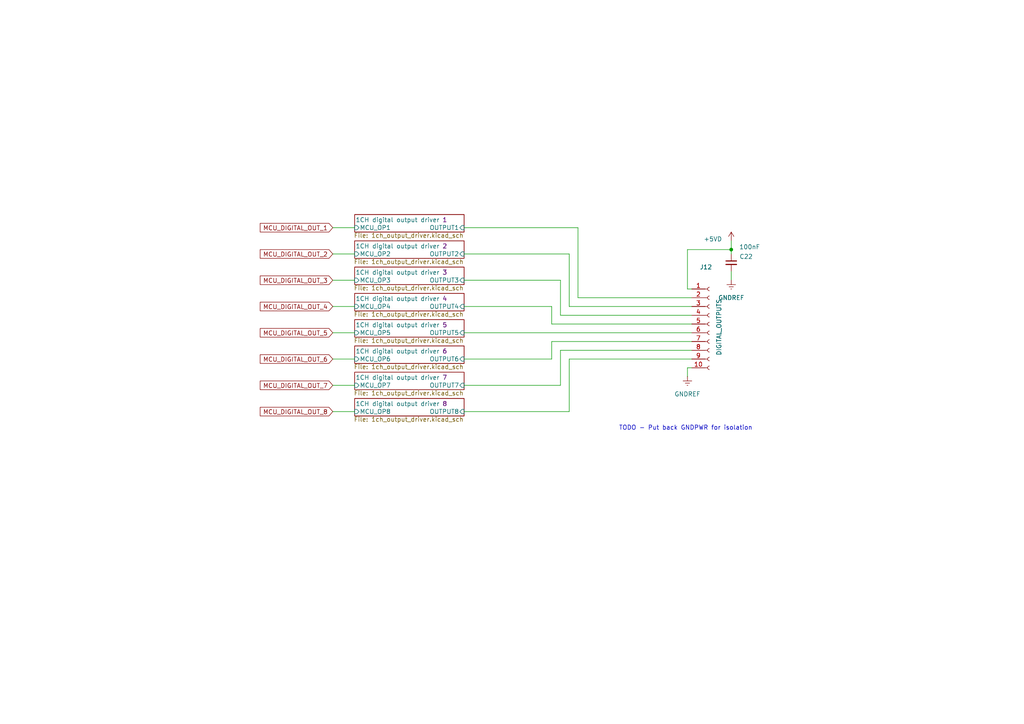
<source format=kicad_sch>
(kicad_sch (version 20250114) (generator "eeschema") (generator_version "9.0")
  (paper "A4")
  (lib_symbols
    (symbol "Connector:Conn_01x10_Socket" (pin_names (offset 1.016) (hide yes))
      (property "Reference" "J" (at 0 12.7 0))
      (property "Value" "Conn_01x10_Socket" (at 0 -15.24 0))
      (symbol "Conn_01x10_Socket_1_1"
        (polyline (pts (xy -1.27 10.16) (xy -0.508 10.16)) (stroke (width 0.1524)))
        (polyline (pts (xy -1.27 7.62) (xy -0.508 7.62)) (stroke (width 0.1524)))
        (polyline (pts (xy -1.27 5.08) (xy -0.508 5.08)) (stroke (width 0.1524)))
        (polyline (pts (xy -1.27 2.54) (xy -0.508 2.54)) (stroke (width 0.1524)))
        (polyline (pts (xy -1.27 0) (xy -0.508 0)) (stroke (width 0.1524)))
        (polyline (pts (xy -1.27 -2.54) (xy -0.508 -2.54)) (stroke (width 0.1524)))
        (polyline (pts (xy -1.27 -5.08) (xy -0.508 -5.08)) (stroke (width 0.1524)))
        (polyline (pts (xy -1.27 -7.62) (xy -0.508 -7.62)) (stroke (width 0.1524)))
        (polyline (pts (xy -1.27 -10.16) (xy -0.508 -10.16)) (stroke (width 0.1524)))
        (polyline (pts (xy -1.27 -12.7) (xy -0.508 -12.7)) (stroke (width 0.1524)))
        (arc (start 0 9.652) (mid -0.5058 10.16) (end 0 10.668) (stroke (width 0.1524)))
        (arc (start 0 7.112) (mid -0.5058 7.62) (end 0 8.128) (stroke (width 0.1524)))
        (arc (start 0 4.572) (mid -0.5058 5.08) (end 0 5.588) (stroke (width 0.1524)))
        (arc (start 0 2.032) (mid -0.5058 2.54) (end 0 3.048) (stroke (width 0.1524)))
        (arc (start 0 -0.508) (mid -0.5058 0) (end 0 0.508) (stroke (width 0.1524)))
        (arc (start 0 -3.048) (mid -0.5058 -2.54) (end 0 -2.032) (stroke (width 0.1524)))
        (arc (start 0 -5.588) (mid -0.5058 -5.08) (end 0 -4.572) (stroke (width 0.1524)))
        (arc (start 0 -8.128) (mid -0.5058 -7.62) (end 0 -7.112) (stroke (width 0.1524)))
        (arc (start 0 -10.668) (mid -0.5058 -10.16) (end 0 -9.652) (stroke (width 0.1524)))
        (arc (start 0 -13.208) (mid -0.5058 -12.7) (end 0 -12.192) (stroke (width 0.1524)))
        (pin passive line (at -5.08 10.16 0) (length 3.81) (name "Pin_1") (number "1"))
        (pin passive line (at -5.08 7.62 0) (length 3.81) (name "Pin_2") (number "2"))
        (pin passive line (at -5.08 5.08 0) (length 3.81) (name "Pin_3") (number "3"))
        (pin passive line (at -5.08 2.54 0) (length 3.81) (name "Pin_4") (number "4"))
        (pin passive line (at -5.08 0 0) (length 3.81) (name "Pin_5") (number "5"))
        (pin passive line (at -5.08 -2.54 0) (length 3.81) (name "Pin_6") (number "6"))
        (pin passive line (at -5.08 -5.08 0) (length 3.81) (name "Pin_7") (number "7"))
        (pin passive line (at -5.08 -7.62 0) (length 3.81) (name "Pin_8") (number "8"))
        (pin passive line (at -5.08 -10.16 0) (length 3.81) (name "Pin_9") (number "9"))
        (pin passive line (at -5.08 -12.7 0) (length 3.81) (name "Pin_10") (number "10"))
      )
    )
    (symbol "Device:C_Small" (pin_numbers (hide yes)) (pin_names (offset 0.254) (hide yes))
      (property "Reference" "C" (at 0.254 1.778 0))
      (property "Value" "C_Small" (at 0.254 -2.032 0))
      (symbol "C_Small_0_1"
        (polyline (pts (xy -1.524 0.508) (xy 1.524 0.508)) (stroke (width 0.3048)))
        (polyline (pts (xy -1.524 -0.508) (xy 1.524 -0.508)) (stroke (width 0.3302)))
      )
      (symbol "C_Small_1_1"
        (pin passive line (at 0 2.54 270) (length 2.032) (name "~") (number "1"))
        (pin passive line (at 0 -2.54 90) (length 2.032) (name "~") (number "2"))
      )
    )
    (symbol "power:+5VD" (power) (pin_numbers (hide yes)) (pin_names (offset 0) (hide yes))
      (property "Value" "+5VD" (at 0 3.556 0))
      (symbol "+5VD_0_1"
        (polyline (pts (xy -0.762 1.27) (xy 0 2.54)))
        (polyline (pts (xy 0 2.54) (xy 0.762 1.27)))
        (polyline (pts (xy 0 0) (xy 0 2.54)))
      )
      (symbol "+5VD_1_1"
        (pin power_in line (at 0 0 90) (length 0) (name "~") (number "1"))
      )
    )
    (symbol "power:GNDREF" (power) (pin_numbers (hide yes)) (pin_names (offset 0) (hide yes))
      (property "Value" "GNDREF" (at 0 -3.81 0))
      (symbol "GNDREF_0_1"
        (polyline (pts (xy -0.635 -1.905) (xy 0.635 -1.905)))
        (polyline (pts (xy -0.127 -2.54) (xy 0.127 -2.54)))
        (polyline (pts (xy 0 -1.27) (xy 0 0)))
        (polyline (pts (xy 1.27 -1.27) (xy -1.27 -1.27)))
      )
      (symbol "GNDREF_1_1"
        (pin power_in line (at 0 0 270) (length 0) (name "~") (number "1"))
      )
    )
  )
  (text "TODO - Put back GNDPWR for isolation\n" (at 198.882 124.206 0) (effects (font (size 1.27 1.27))))
  (junction (at 212.09 72.39))
  (wire (pts (xy 160.02 104.14) (xy 160.02 99.06)))
  (wire (pts (xy 165.1 104.14) (xy 200.66 104.14)))
  (wire (pts (xy 134.62 88.9) (xy 160.02 88.9)))
  (wire (pts (xy 165.1 104.14) (xy 165.1 119.38)))
  (wire (pts (xy 160.02 93.98) (xy 200.66 93.98)))
  (wire (pts (xy 167.64 86.36) (xy 200.66 86.36)))
  (wire (pts (xy 96.52 111.76) (xy 102.87 111.76)))
  (wire (pts (xy 160.02 88.9) (xy 160.02 93.98)))
  (wire (pts (xy 134.62 73.66) (xy 165.1 73.66)))
  (wire (pts (xy 96.52 104.14) (xy 102.87 104.14)))
  (wire (pts (xy 134.62 104.14) (xy 160.02 104.14)))
  (wire (pts (xy 96.52 119.38) (xy 102.87 119.38)))
  (wire (pts (xy 134.62 66.04) (xy 167.64 66.04)))
  (wire (pts (xy 134.62 111.76) (xy 162.56 111.76)))
  (wire (pts (xy 199.39 72.39) (xy 212.09 72.39)))
  (wire (pts (xy 167.64 66.04) (xy 167.64 86.36)))
  (wire (pts (xy 162.56 101.6) (xy 162.56 111.76)))
  (wire (pts (xy 134.62 96.52) (xy 200.66 96.52)))
  (wire (pts (xy 96.52 73.66) (xy 102.87 73.66)))
  (wire (pts (xy 212.09 72.39) (xy 212.09 73.66)))
  (wire (pts (xy 212.09 78.74) (xy 212.09 81.28)))
  (wire (pts (xy 165.1 88.9) (xy 200.66 88.9)))
  (wire (pts (xy 165.1 73.66) (xy 165.1 88.9)))
  (wire (pts (xy 212.09 69.85) (xy 212.09 72.39)))
  (wire (pts (xy 199.39 83.82) (xy 200.66 83.82)))
  (wire (pts (xy 162.56 101.6) (xy 200.66 101.6)))
  (wire (pts (xy 134.62 81.28) (xy 162.56 81.28)))
  (wire (pts (xy 162.56 91.44) (xy 200.66 91.44)))
  (wire (pts (xy 134.62 119.38) (xy 165.1 119.38)))
  (wire (pts (xy 199.39 106.68) (xy 199.39 109.22)))
  (wire (pts (xy 200.66 106.68) (xy 199.39 106.68)))
  (wire (pts (xy 96.52 88.9) (xy 102.87 88.9)))
  (wire (pts (xy 96.52 81.28) (xy 102.87 81.28)))
  (wire (pts (xy 162.56 81.28) (xy 162.56 91.44)))
  (wire (pts (xy 96.52 66.04) (xy 102.87 66.04)))
  (wire (pts (xy 160.02 99.06) (xy 200.66 99.06)))
  (wire (pts (xy 96.52 96.52) (xy 102.87 96.52)))
  (wire (pts (xy 199.39 72.39) (xy 199.39 83.82)))
  (global_label "MCU_DIGITAL_OUT_2" (shape input) (at 96.52 73.66 180) (property "Intersheetrefs" "${INTERSHEET_REFS}" (effects (hide yes))))
  (global_label "MCU_DIGITAL_OUT_3" (shape input) (at 96.52 81.28 180) (property "Intersheetrefs" "${INTERSHEET_REFS}" (effects (hide yes))))
  (global_label "MCU_DIGITAL_OUT_7" (shape input) (at 96.52 111.76 180) (property "Intersheetrefs" "${INTERSHEET_REFS}" (effects (hide yes))))
  (global_label "MCU_DIGITAL_OUT_1" (shape input) (at 96.52 66.04 180) (property "Intersheetrefs" "${INTERSHEET_REFS}" (effects (hide yes))))
  (global_label "MCU_DIGITAL_OUT_5" (shape input) (at 96.52 96.52 180) (property "Intersheetrefs" "${INTERSHEET_REFS}" (effects (hide yes))))
  (global_label "MCU_DIGITAL_OUT_4" (shape input) (at 96.52 88.9 180) (property "Intersheetrefs" "${INTERSHEET_REFS}" (effects (hide yes))))
  (global_label "MCU_DIGITAL_OUT_8" (shape input) (at 96.52 119.38 180) (property "Intersheetrefs" "${INTERSHEET_REFS}" (effects (hide yes))))
  (global_label "MCU_DIGITAL_OUT_6" (shape input) (at 96.52 104.14 180) (property "Intersheetrefs" "${INTERSHEET_REFS}" (effects (hide yes))))
  (symbol (lib_id "power:GNDREF") (at 199.39 109.22 0) (unit 1)
    (property "Reference" "#PWR0117" (effects (hide yes)))
    (property "Value" "GNDREF" (at 199.39 114.3 0))
    (property "Description" "Power symbol creates a global label with name \"GNDREF\" , reference supply ground" (effects (hide yes)))
  )
  (symbol (lib_id "Device:C_Small") (at 212.09 76.2 0) (unit 1)
    (property "Reference" "C22" (at 216.408 74.422 0))
    (property "Value" "100nF" (at 217.424 71.628 0))
    (property "Footprint" "Capacitor_SMD:C_1206_3216Metric_Pad1.33x1.80mm_HandSolder" (effects (hide yes)))
    (property "Description" "Unpolarized capacitor, small symbol" (effects (hide yes)))
  )
  (symbol (lib_id "power:GNDREF") (at 212.09 81.28 0) (unit 1)
    (property "Reference" "#PWR0113" (effects (hide yes)))
    (property "Value" "GNDREF" (at 212.09 86.36 0))
    (property "Description" "Power symbol creates a global label with name \"GNDREF\" , reference supply ground" (effects (hide yes)))
  )
  (symbol (lib_id "power:+5VD") (at 212.09 69.85 0) (unit 1)
    (property "Reference" "#PWR0136" (effects (hide yes)))
    (property "Value" "+5VD" (at 206.756 69.342 0))
    (property "Description" "Power symbol creates a global label with name \"+5VD\"" (effects (hide yes)))
  )
  (symbol (lib_id "Connector:Conn_01x10_Socket") (at 205.74 93.98 0) (unit 1)
    (property "Reference" "J12" (at 202.946 77.47 0) (effects (justify left)))
    (property "Value" "DIGITAL_OUTPUTS" (at 208.534 103.124 90) (effects (justify left)))
    (property "Footprint" "EBWA_06_A:CONN_EBWA-10-A_ADM" (effects (hide yes)))
    (property "Description" "Generic connector, single row, 01x10, script generated" (effects (hide yes)))
  )
  (sheet (at 102.87 115.57) (size 31.75 5.08) (stroke (width 0.1524))
    (property "Sheetname" "1CH digital output driver 8" (at 103.124 117.856 0) (effects (justify left bottom)))
    (property "Sheetfile" "1ch_output_driver.kicad_sch" (at 102.616 120.904 0) (effects (justify left top)))
    (property "DIGITAL_OUTPUT_CH" "8" (at 129.032 117.094 0))
    (pin "MCU_OP${DIGITAL_OUTPUT_CH}" input (at 102.87 119.38 180))
    (pin "OUTPUT${DIGITAL_OUTPUT_CH}" input (at 134.62 119.38 0))
  )
  (sheet (at 102.87 69.85) (size 31.75 5.08) (stroke (width 0.1524))
    (property "Sheetname" "1CH digital output driver 2" (at 103.124 72.136 0) (effects (justify left bottom)))
    (property "Sheetfile" "1ch_output_driver.kicad_sch" (at 102.616 75.184 0) (effects (justify left top)))
    (property "DIGITAL_OUTPUT_CH" "2" (at 129.032 71.374 0))
    (pin "MCU_OP${DIGITAL_OUTPUT_CH}" input (at 102.87 73.66 180))
    (pin "OUTPUT${DIGITAL_OUTPUT_CH}" input (at 134.62 73.66 0))
  )
  (sheet (at 102.87 100.33) (size 31.75 5.08) (stroke (width 0.1524))
    (property "Sheetname" "1CH digital output driver 6" (at 103.124 102.616 0) (effects (justify left bottom)))
    (property "Sheetfile" "1ch_output_driver.kicad_sch" (at 102.616 105.664 0) (effects (justify left top)))
    (property "DIGITAL_OUTPUT_CH" "6" (at 129.032 101.854 0))
    (pin "MCU_OP${DIGITAL_OUTPUT_CH}" input (at 102.87 104.14 180))
    (pin "OUTPUT${DIGITAL_OUTPUT_CH}" input (at 134.62 104.14 0))
  )
  (sheet (at 102.87 62.23) (size 31.75 5.08) (stroke (width 0.1524))
    (property "Sheetname" "1CH digital output driver 1" (at 103.124 64.516 0) (effects (justify left bottom)))
    (property "Sheetfile" "1ch_output_driver.kicad_sch" (at 102.616 67.564 0) (effects (justify left top)))
    (property "DIGITAL_OUTPUT_CH" "1" (at 129.032 63.754 0))
    (pin "MCU_OP${DIGITAL_OUTPUT_CH}" input (at 102.87 66.04 180))
    (pin "OUTPUT${DIGITAL_OUTPUT_CH}" input (at 134.62 66.04 0))
  )
  (sheet (at 102.87 77.47) (size 31.75 5.08) (stroke (width 0.1524))
    (property "Sheetname" "1CH digital output driver 3" (at 103.124 79.756 0) (effects (justify left bottom)))
    (property "Sheetfile" "1ch_output_driver.kicad_sch" (at 102.616 82.804 0) (effects (justify left top)))
    (property "DIGITAL_OUTPUT_CH" "3" (at 129.032 78.994 0))
    (pin "MCU_OP${DIGITAL_OUTPUT_CH}" input (at 102.87 81.28 180))
    (pin "OUTPUT${DIGITAL_OUTPUT_CH}" input (at 134.62 81.28 0))
  )
  (sheet (at 102.87 107.95) (size 31.75 5.08) (stroke (width 0.1524))
    (property "Sheetname" "1CH digital output driver 7" (at 103.124 110.236 0) (effects (justify left bottom)))
    (property "Sheetfile" "1ch_output_driver.kicad_sch" (at 102.616 113.284 0) (effects (justify left top)))
    (property "DIGITAL_OUTPUT_CH" "7" (at 129.032 109.474 0))
    (pin "MCU_OP${DIGITAL_OUTPUT_CH}" input (at 102.87 111.76 180))
    (pin "OUTPUT${DIGITAL_OUTPUT_CH}" input (at 134.62 111.76 0))
  )
  (sheet (at 102.87 85.09) (size 31.75 5.08) (stroke (width 0.1524))
    (property "Sheetname" "1CH digital output driver 4" (at 103.124 87.376 0) (effects (justify left bottom)))
    (property "Sheetfile" "1ch_output_driver.kicad_sch" (at 102.616 90.424 0) (effects (justify left top)))
    (property "DIGITAL_OUTPUT_CH" "4" (at 129.032 86.614 0))
    (pin "MCU_OP${DIGITAL_OUTPUT_CH}" input (at 102.87 88.9 180))
    (pin "OUTPUT${DIGITAL_OUTPUT_CH}" input (at 134.62 88.9 0))
  )
  (sheet (at 102.87 92.71) (size 31.75 5.08) (stroke (width 0.1524))
    (property "Sheetname" "1CH digital output driver 5" (at 103.124 94.996 0) (effects (justify left bottom)))
    (property "Sheetfile" "1ch_output_driver.kicad_sch" (at 102.616 98.044 0) (effects (justify left top)))
    (property "DIGITAL_OUTPUT_CH" "5" (at 129.032 94.234 0))
    (pin "MCU_OP${DIGITAL_OUTPUT_CH}" input (at 102.87 96.52 180))
    (pin "OUTPUT${DIGITAL_OUTPUT_CH}" input (at 134.62 96.52 0))
  )
)
</source>
